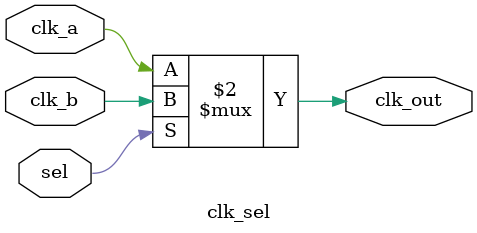
<source format=v>
module clk_sel(
	input sel,	
	
	input clk_a,		
	input clk_b,	
	
	output clk_out
	);

assign clk_out = (sel==1'b0)?clk_a:clk_b;


endmodule

</source>
